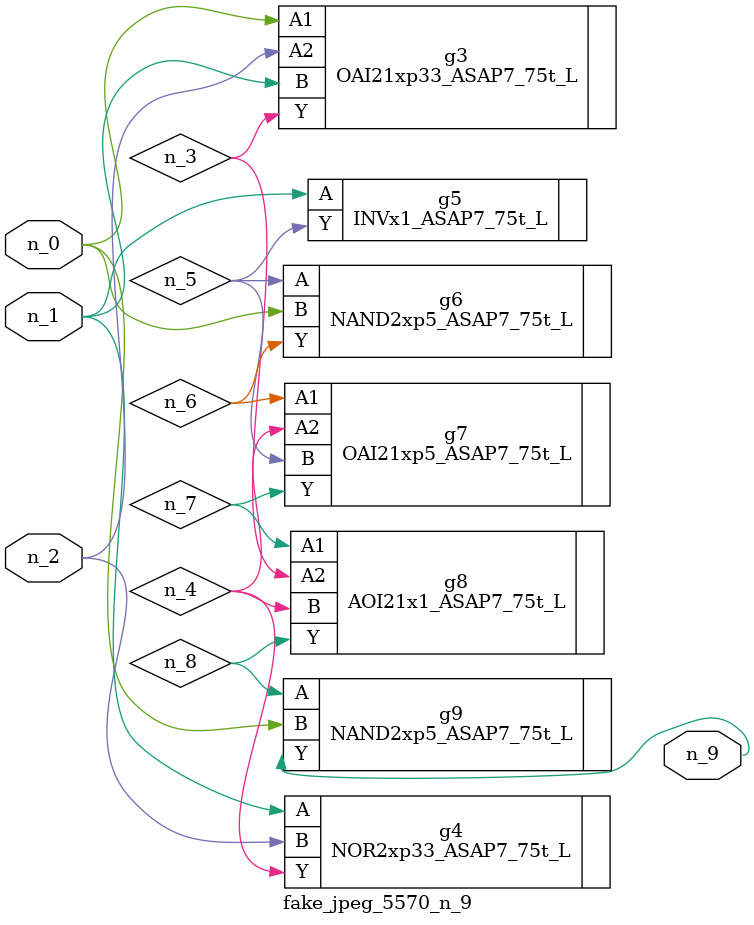
<source format=v>
module fake_jpeg_5570_n_9 (n_0, n_2, n_1, n_9);

input n_0;
input n_2;
input n_1;

output n_9;

wire n_3;
wire n_4;
wire n_8;
wire n_6;
wire n_5;
wire n_7;

OAI21xp33_ASAP7_75t_L g3 ( 
.A1(n_0),
.A2(n_2),
.B(n_1),
.Y(n_3)
);

NOR2xp33_ASAP7_75t_L g4 ( 
.A(n_1),
.B(n_2),
.Y(n_4)
);

INVx1_ASAP7_75t_L g5 ( 
.A(n_1),
.Y(n_5)
);

NAND2xp5_ASAP7_75t_L g6 ( 
.A(n_5),
.B(n_0),
.Y(n_6)
);

OAI21xp5_ASAP7_75t_L g7 ( 
.A1(n_6),
.A2(n_4),
.B(n_5),
.Y(n_7)
);

AOI21x1_ASAP7_75t_L g8 ( 
.A1(n_7),
.A2(n_3),
.B(n_4),
.Y(n_8)
);

NAND2xp5_ASAP7_75t_L g9 ( 
.A(n_8),
.B(n_0),
.Y(n_9)
);


endmodule
</source>
